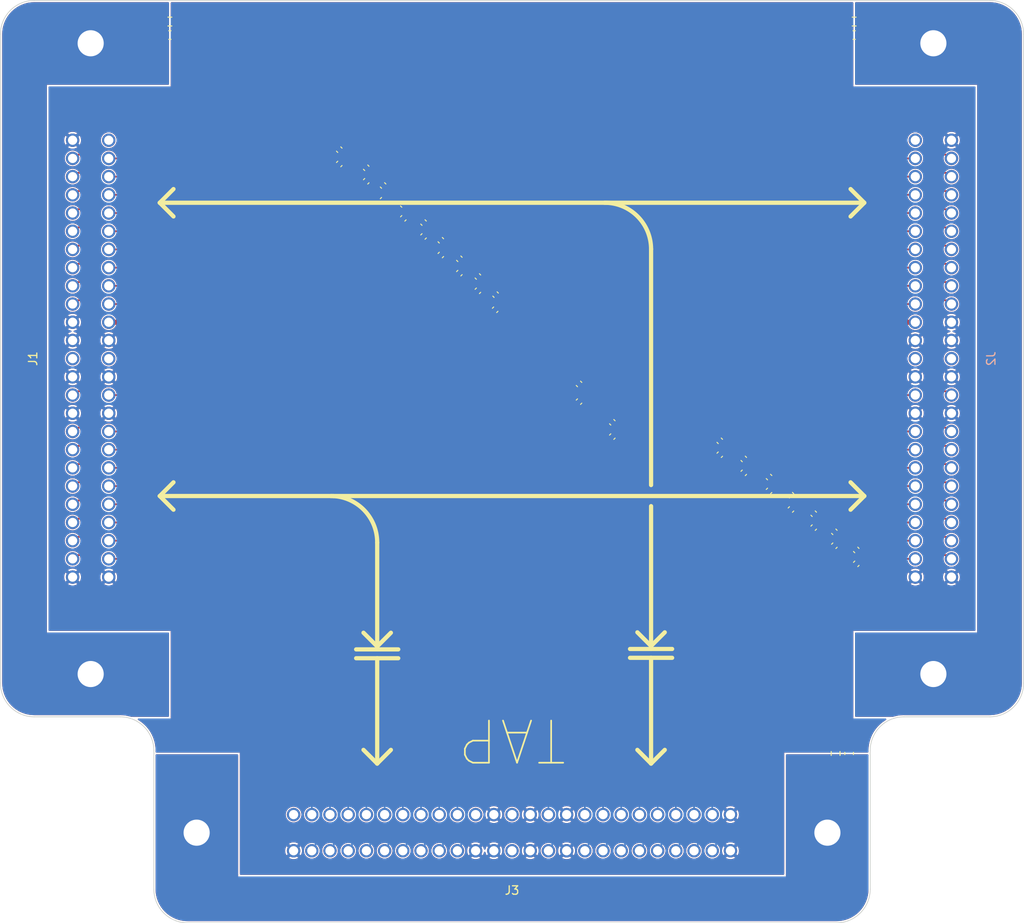
<source format=kicad_pcb>
(kicad_pcb (version 20211014) (generator pcbnew)
  (layers (0 "F.Cu" mixed) (1 "In1.Cu" power) (2 "In2.Cu" power) (31 "B.Cu" mixed) (34 "B.Paste" user) (35 "F.Paste" user) (36 "B.SilkS" user "B.Silkscreen") (37 "F.SilkS" user "F.Silkscreen") (38 "B.Mask" user) (39 "F.Mask" user) (44 "Edge.Cuts" user))
  (net 0 "")
  (net 1 "/SHIELDA")
  (net 2 "GND")
  (net 3 "/SHIELDB")
  (net 4 "/SHIELDT")
  (net 5 "/TERMPWR")
  (net 6 "/DIFF_SENSE")
  (net 7 "/SCSI-P.DB0+")
  (net 8 "/SCSI-P.DB1+")
  (net 9 "/SCSI-P.DB2+")
  (net 10 "/SCSI-P.DB3+")
  (net 11 "/SCSI-P.DB4+")
  (net 12 "/SCSI-P.DB5+")
  (net 13 "/SCSI-P.DB6+")
  (net 14 "/SCSI-P.DB7+")
  (net 15 "/SCSI-P.DBP+")
  (net 16 "/SCSI-P.ATN+")
  (net 17 "/SCSI-P.BSY+")
  (net 18 "/SCSI-P.ACK+")
  (net 19 "/SCSI-P.RST+")
  (net 20 "/SCSI-P.MSG+")
  (net 21 "/SCSI-P.SEL+")
  (net 22 "/SCSI-P.CD+")
  (net 23 "/SCSI-P.REQ+")
  (net 24 "/SCSI-P.IO+")
  (net 25 "/SCSI-P.DB0-")
  (net 26 "/SCSI-P.DB1-")
  (net 27 "/SCSI-P.DB2-")
  (net 28 "/SCSI-P.DB3-")
  (net 29 "/SCSI-P.DB4-")
  (net 30 "/SCSI-P.DB5-")
  (net 31 "/SCSI-P.DB6-")
  (net 32 "/SCSI-P.DB7-")
  (net 33 "/SCSI-P.DBP-")
  (net 34 "/SCSI-P.ATN-")
  (net 35 "/SCSI-P.BSY-")
  (net 36 "/SCSI-P.ACK-")
  (net 37 "/SCSI-P.RST-")
  (net 38 "/SCSI-P.MSG-")
  (net 39 "/SCSI-P.SEL-")
  (net 40 "/SCSI-P.CD-")
  (net 41 "/SCSI-P.REQ-")
  (net 42 "/SCSI-T.DB0+")
  (net 43 "/SCSI-T.DB1+")
  (net 44 "/SCSI-T.DB2+")
  (net 45 "/SCSI-T.DB3+")
  (net 46 "/SCSI-T.DB4+")
  (net 47 "/SCSI-T.DB5+")
  (net 48 "/SCSI-T.DB6+")
  (net 49 "/SCSI-T.DB7+")
  (net 50 "/SCSI-T.DBP+")
  (net 51 "/DIFF_SENSET")
  (net 52 "/TERMPWRT")
  (net 53 "/SCSI-T.ATN+")
  (net 54 "/SCSI-T.BSY+")
  (net 55 "/SCSI-T.ACK+")
  (net 56 "/SCSI-T.RST+")
  (net 57 "/SCSI-T.MSG+")
  (net 58 "/SCSI-T.SEL+")
  (net 59 "/SCSI-T.CD+")
  (net 60 "/SCSI-T.REQ+")
  (net 61 "/SCSI-T.IO+")
  (net 62 "/SCSI-T.DB0-")
  (net 63 "/SCSI-T.DB1-")
  (net 64 "/SCSI-T.DB2-")
  (net 65 "/SCSI-T.DB3-")
  (net 66 "/SCSI-T.DB4-")
  (net 67 "/SCSI-T.DB5-")
  (net 68 "/SCSI-T.DB6-")
  (net 69 "/SCSI-T.DB7-")
  (net 70 "/SCSI-T.DBP-")
  (net 71 "/SCSI-T.ATN-")
  (net 72 "/SCSI-T.BSY-")
  (net 73 "/SCSI-T.ACK-")
  (net 74 "/SCSI-T.RST-")
  (net 75 "/SCSI-T.MSG-")
  (net 76 "/SCSI-T.SEL-")
  (net 77 "/SCSI-T.CD-")
  (net 78 "/SCSI-T.REQ-")
  (net 79 "/SCSI-T.IO-")
  (net 80 "/SCSI-P.IO-")
  (footprint "Capacitor_SMD:C_0402_1005Metric" (layer "F.Cu") (at 107.95 103 135)
    (fp_text reference "C22" hide)
    (fp_text value "16pF" hide)
  )
  (footprint "Capacitor_SMD:C_0402_1005Metric" (layer "F.Cu") (at 95.95 91.95 -135)
    (fp_text reference "C19" hide)
    (fp_text value "16pF" hide)
  )
  (footprint "Capacitor_SMD:C_0402_1005Metric" (layer "F.Cu") (at 82.7 78.95 -135)
    (fp_text reference "C7" hide)
    (fp_text value "16pF" hide)
  )
  (footprint "Capacitor_SMD:C_0402_1005Metric" (layer "F.Cu") (at 111.9 109.25 -135)
    (fp_text reference "C25" hide)
    (fp_text value "16pF" hide)
  )
  (footprint "Resistor_SMD:R_0603_1608Metric" (layer "F.Cu") (at 59.4 60)
    (fp_text reference "R1" hide)
    (fp_text value "1M" hide)
  )
  (footprint "Capacitor_SMD:C_0402_1005Metric" (layer "F.Cu") (at 84.7 79.45 135)
    (fp_text reference "C8" hide)
    (fp_text value "16pF" hide)
  )
  (footprint "lethalbit:SCSI-50-PIN" (layer "F.Cu") (at 100 156.249999)
    (fp_text reference "J3")
    (fp_text value "TAP-OUT")
  )
  (footprint "Capacitor_SMD:C_0402_1005Metric" (layer "F.Cu") (at 98.05 92.4 135)
    (fp_text reference "C20" hide)
    (fp_text value "16pF" hide)
  )
  (footprint "Capacitor_SMD:C_0402_1005Metric" (layer "F.Cu") (at 95.95 90.25 135)
    (fp_text reference "C18" hide)
    (fp_text value "16pF" hide)
  )
  (footprint "Capacitor_SMD:C_0402_1005Metric" (layer "F.Cu") (at 91.55 87.7 -135)
    (fp_text reference "C15" hide)
    (fp_text value "16pF" hide)
  )
  (footprint "Capacitor_SMD:C_0603_1608Metric" (layer "F.Cu") (at 140 146.85 90)
    (fp_text reference "C3" hide)
    (fp_text value "0.1uF" hide)
  )
  (footprint "Capacitor_SMD:C_0402_1005Metric" (layer "F.Cu") (at 79.5 75.2 135)
    (fp_text reference "C4" hide)
    (fp_text value "16pF" hide)
  )
  (footprint "Resistor_SMD:R_0603_1608Metric" (layer "F.Cu") (at 138.4 146.85 90)
    (fp_text reference "R3" hide)
    (fp_text value "1M" hide)
  )
  (footprint "Capacitor_SMD:C_0402_1005Metric" (layer "F.Cu") (at 82.7 77.35 135)
    (fp_text reference "C6" hide)
    (fp_text value "16pF" hide)
  )
  (footprint "Capacitor_SMD:C_0402_1005Metric" (layer "F.Cu") (at 138.25 120.55 135)
    (fp_text reference "C36" hide)
    (fp_text value "16pF" hide)
  )
  (footprint "Capacitor_SMD:C_0402_1005Metric" (layer "F.Cu") (at 91.55 85.95 135)
    (fp_text reference "C14" hide)
    (fp_text value "16pF" hide)
  )
  (footprint "Capacitor_SMD:C_0402_1005Metric" (layer "F.Cu") (at 133.1 117.9 -135)
    (fp_text reference "C33" hide)
    (fp_text value "16pF" hide)
  )
  (footprint "Capacitor_SMD:C_0402_1005Metric" (layer "F.Cu") (at 87.1 83.35 -135)
    (fp_text reference "C11" hide)
    (fp_text value "16pF" hide)
  )
  (footprint "Capacitor_SMD:C_0402_1005Metric" (layer "F.Cu") (at 93.75 88.15 135)
    (fp_text reference "C16" hide)
    (fp_text value "16pF" hide)
  )
  (footprint "Capacitor_SMD:C_0402_1005Metric" (layer "F.Cu") (at 84.7 81.2 -135)
    (fp_text reference "C9" hide)
    (fp_text value "16pF" hide)
  )
  (footprint "Capacitor_SMD:C_0402_1005Metric" (layer "F.Cu") (at 87.1 81.7 135)
    (fp_text reference "C10" hide)
    (fp_text value "16pF" hide)
  )
  (footprint "Capacitor_SMD:C_0402_1005Metric" (layer "F.Cu") (at 124.65 111.4 -135)
    (fp_text reference "C27" hide)
    (fp_text value "16pF" hide)
  )
  (footprint "Resistor_SMD:R_0603_1608Metric" (layer "F.Cu") (at 140.6 60 180)
    (fp_text reference "R2" hide)
    (fp_text value "1M" hide)
  )
  (footprint "Capacitor_SMD:C_0402_1005Metric" (layer "F.Cu") (at 133.1 116.2 135)
    (fp_text reference "C32" hide)
    (fp_text value "16pF" hide)
  )
  (footprint "Capacitor_SMD:C_0603_1608Metric" (layer "F.Cu") (at 59.4 61.6)
    (fp_text reference "C1" hide)
    (fp_text value "0.1uF" hide)
  )
  (footprint "Capacitor_SMD:C_0402_1005Metric" (layer "F.Cu") (at 138.25 122.2 -135)
    (fp_text reference "C37" hide)
    (fp_text value "16pF" hide)
  )
  (footprint "Capacitor_SMD:C_0402_1005Metric" (layer "F.Cu") (at 111.9 107.55 135)
    (fp_text reference "C24" hide)
    (fp_text value "16pF" hide)
  )
  (footprint "Capacitor_SMD:C_0402_1005Metric" (layer "F.Cu") (at 79.5 76.9 -135)
    (fp_text reference "C5" hide)
    (fp_text value "16pF" hide)
  )
  (footprint "Capacitor_SMD:C_0402_1005Metric" (layer "F.Cu") (at 135.8 118.4 135)
    (fp_text reference "C34" hide)
    (fp_text value "16pF" hide)
  )
  (footprint "Capacitor_SMD:C_0603_1608Metric" (layer "F.Cu") (at 140.6 61.6 180)
    (fp_text reference "C2" hide)
    (fp_text value "0.1uF" hide)
  )
  (footprint "Capacitor_SMD:C_0402_1005Metric" (layer "F.Cu") (at 135.8 120.05 -135)
    (fp_text reference "C35" hide)
    (fp_text value "16pF" hide)
  )
  (footprint "Capacitor_SMD:C_0402_1005Metric" (layer "F.Cu") (at 107.95 105.1 -135)
    (fp_text reference "C23" hide)
    (fp_text value "16pF" hide)
  )
  (footprint "Capacitor_SMD:C_0402_1005Metric" (layer "F.Cu") (at 89.5 85.5 -135)
    (fp_text reference "C13" hide)
    (fp_text value "16pF" hide)
  )
  (footprint "Capacitor_SMD:C_0402_1005Metric" (layer "F.Cu") (at 93.75 89.85 -135)
    (fp_text reference "C17" hide)
    (fp_text value "16pF" hide)
  )
  (footprint "lethalbit:SCSI-50-PIN" (layer "F.Cu") (at 50 100 -90)
    (fp_text reference "J1")
    (fp_text value "SIDE-A")
  )
  (footprint "Capacitor_SMD:C_0402_1005Metric" (layer "F.Cu") (at 140.85 122.7 135)
    (fp_text reference "C38" hide)
    (fp_text value "16pF" hide)
  )
  (footprint "Capacitor_SMD:C_0402_1005Metric" (layer "F.Cu") (at 98 94.2 -135)
    (fp_text reference "C21" hide)
    (fp_text value "16pF" hide)
  )
  (footprint "Capacitor_SMD:C_0402_1005Metric" (layer "F.Cu") (at 130.5 115.7 -135)
    (fp_text reference "C31" hide)
    (fp_text value "16pF" hide)
  )
  (footprint "Capacitor_SMD:C_0402_1005Metric" (layer "F.Cu") (at 130.5 114.05 135)
    (fp_text reference "C30" hide)
    (fp_text value "16pF" hide)
  )
  (footprint "Capacitor_SMD:C_0402_1005Metric" (layer "F.Cu") (at 89.5 83.85 135)
    (fp_text reference "C12" hide)
    (fp_text value "16pF" hide)
  )
  (footprint "Capacitor_SMD:C_0402_1005Metric" (layer "F.Cu") (at 140.85 124.35 -135)
    (fp_text reference "C39" hide)
    (fp_text value "16pF" hide)
  )
  (footprint "Capacitor_SMD:C_0402_1005Metric" (layer "F.Cu") (at 127.5 111.9 135)
    (fp_text reference "C28" hide)
    (fp_text value "16pF" hide)
  )
  (footprint "Capacitor_SMD:C_0402_1005Metric" (layer "F.Cu") (at 127.5 113.55 -135)
    (fp_text reference "C29" hide)
    (fp_text value "16pF" hide)
  )
  (footprint "Capacitor_SMD:C_0402_1005Metric" (layer "F.Cu") (at 124.65 109.75 135)
    (fp_text reference "C26" hide)
    (fp_text value "16pF" hide)
  )
  (footprint "lethalbit:SCSI-50-PIN" (layer "B.Cu") (at 150 100 -90)
    (fp_text reference "J2")
    (fp_text value "SIDE-B")
  )
  (gr_line (start 116.5 134.45) (end 116.5 117.5) (layer "F.SilkS") (width 0.5))
  (gr_line (start 116.5 148.05) (end 114.873654 146.423654) (layer "F.SilkS") (width 0.5))
  (gr_line (start 116.5 148.05) (end 118.126346 146.423654) (layer "F.SilkS") (width 0.5))
  (gr_line (start 84 148.05) (end 85.626346 146.423654) (layer "F.SilkS") (width 0.5))
  (gr_line (start 58.2 116.3) (end 59.826346 114.673654) (layer "F.SilkS") (width 0.5))
  (gr_line (start 84 148.05) (end 82.373654 146.423654) (layer "F.SilkS") (width 0.5))
  (gr_line (start 141.8 81.5) (end 140.173654 79.873654) (layer "F.SilkS") (width 0.5))
  (gr_line (start 78.8 116.3) (end 141.8 116.3) (layer "F.SilkS") (width 0.5))
  (gr_line (start 116.5 134.1) (end 114.873654 132.473654) (layer "F.SilkS") (width 0.5))
  (gr_line (start 116.5 148.05) (end 116.5 135.5) (layer "F.SilkS") (width 0.5))
  (gr_line (start 141.75 81.5) (end 58.2 81.5) (layer "F.SilkS") (width 0.5))
  (gr_line (start 86.5 134.5) (end 81.5 134.5) (layer "F.SilkS") (width 0.5))
  (gr_arc (start 111 81.5) (mid 114.889087 83.110913) (end 116.5 87) (layer "F.SilkS") (width 0.5))
  (gr_line (start 116.5 115) (end 116.5 87) (layer "F.SilkS") (width 0.5))
  (gr_line (start 58.2 116.3) (end 59.826346 117.926346) (layer "F.SilkS") (width 0.5))
  (gr_line (start 58.2 81.5) (end 59.826346 83.126346) (layer "F.SilkS") (width 0.5))
  (gr_line (start 141.8 116.3) (end 140.173654 114.673654) (layer "F.SilkS") (width 0.5))
  (gr_line (start 84 134.5) (end 84 121.85) (layer "F.SilkS") (width 0.5))
  (gr_line (start 84 148.05) (end 84 135.55) (layer "F.SilkS") (width 0.5))
  (gr_line (start 141.8 81.5) (end 140.173654 83.126346) (layer "F.SilkS") (width 0.5))
  (gr_line (start 86.5 135.55) (end 81.5 135.55) (layer "F.SilkS") (width 0.5))
  (gr_line (start 116.5 134.1) (end 118.126346 132.473654) (layer "F.SilkS") (width 0.5))
  (gr_line (start 119 134.45) (end 114 134.45) (layer "F.SilkS") (width 0.5))
  (gr_line (start 84 134.15) (end 85.626346 132.523654) (layer "F.SilkS") (width 0.5))
  (gr_line (start 84 134.15) (end 82.373654 132.523654) (layer "F.SilkS") (width 0.5))
  (gr_line (start 141.8 116.3) (end 140.173654 117.926346) (layer "F.SilkS") (width 0.5))
  (gr_arc (start 78.5 116.3) (mid 82.389087 117.910913) (end 84 121.8) (layer "F.SilkS") (width 0.5))
  (gr_line (start 119 135.5) (end 114 135.5) (layer "F.SilkS") (width 0.5))
  (gr_line (start 58.2 116.3) (end 78.8 116.3) (layer "F.SilkS") (width 0.5))
  (gr_line (start 58.2 81.5) (end 59.826346 79.873654) (layer "F.SilkS") (width 0.5))
  (gr_arc (start 53.5 142.5) (mid 56.328427 143.671573) (end 57.5 146.5) (layer "Edge.Cuts") (width 0.1))
  (gr_line (start 43.3 142.5) (end 53.5 142.5) (layer "Edge.Cuts") (width 0.1))
  (gr_arc (start 61.5 166.95) (mid 58.671573 165.778427) (end 57.5 162.95) (layer "Edge.Cuts") (width 0.1))
  (gr_arc (start 142.5 162.95) (mid 141.328427 165.778427) (end 138.5 166.95) (layer "Edge.Cuts") (width 0.1))
  (gr_arc (start 160.7 138.5) (mid 159.528427 141.328427) (end 156.7 142.5) (layer "Edge.Cuts") (width 0.1))
  (gr_line (start 146.5 142.5) (end 156.7 142.5) (layer "Edge.Cuts") (width 0.1))
  (gr_line (start 142.5 162.95) (end 142.5 146.5) (layer "Edge.Cuts") (width 0.1))
  (gr_line (start 61.5 166.95) (end 138.5 166.95) (layer "Edge.Cuts") (width 0.1))
  (gr_line (start 160.7 138.5) (end 160.7 61.5) (layer "Edge.Cuts") (width 0.1))
  (gr_line (start 156.7 57.5) (end 43.3 57.5) (layer "Edge.Cuts") (width 0.1))
  (gr_line (start 39.3 61.5) (end 39.3 138.5) (layer "Edge.Cuts") (width 0.1))
  (gr_arc (start 156.7 57.5) (mid 159.528427 58.671573) (end 160.7 61.5) (layer "Edge.Cuts") (width 0.1))
  (gr_line (start 57.5 162.95) (end 57.5 146.5) (layer "Edge.Cuts") (width 0.1))
  (gr_arc (start 142.5 146.5) (mid 143.671573 143.671573) (end 146.5 142.5) (layer "Edge.Cuts") (width 0.1))
  (gr_arc (start 43.3 142.5) (mid 40.471573 141.328427) (end 39.3 138.5) (layer "Edge.Cuts") (width 0.1))
  (gr_arc (start 39.3 61.5) (mid 40.471573 58.671573) (end 43.3 57.5) (layer "Edge.Cuts") (width 0.1))
  (gr_text "TAP" (at 100 145.25 180) (layer "F.SilkS") (effects (font (size 5 5) (thickness 0.2))))
  (segment (start 147.82 95.68) (end 147.85 95.65) (width 0.6) (layer "F.Cu") (net 6))
  (segment (start 52.145 95.68) (end 147.82 95.68) (width 0.6) (layer "F.Cu") (net 6))
  (segment (start 52.145 76.24) (end 147.855 76.24) (width 0.2) (layer "F.Cu") (net 7))
  (segment (start 52.145 78.4) (end 147.855 78.4) (width 0.2) (layer "F.Cu") (net 8))
  (segment (start 52.145 80.56) (end 147.855 80.56) (width 0.2) (layer "F.Cu") (net 9))
  (segment (start 52.145 82.72) (end 147.855 82.72) (width 0.2) (layer "F.Cu") (net 10))
  (segment (start 52.145 84.88) (end 147.855 84.88) (width 0.2) (layer "F.Cu") (net 11))
  (segment (start 52.145 87.04) (end 147.855 87.04) (width 0.2) (layer "F.Cu") (net 12))
  (segment (start 52.145 89.2) (end 147.855 89.2) (width 0.2) (layer "F.Cu") (net 13))
  (segment (start 52.145 91.36) (end 147.855 91.36) (width 0.2) (layer "F.Cu") (net 14))
  (segment (start 52.145 93.52) (end 147.855 93.52) (width 0.2) (layer "F.Cu") (net 15))
  (segment (start 52.145 104.32) (end 147.855 104.32) (width 0.2) (layer "F.Cu") (net 16))
  (segment (start 52.145 108.64) (end 147.855 108.64) (width 0.2) (layer "F.Cu") (net 17))
  (segment (start 52.145 110.8) (end 147.855 110.8) (width 0.2) (layer "F.Cu") (net 18))
  (segment (start 52.145 112.96) (end 147.855 112.96) (width 0.2) (layer "F.Cu") (net 19))
  (segment (start 52.145 115.12) (end 147.855 115.12) (width 0.2) (layer "F.Cu") (net 20))
  (segment (start 52.145 117.28) (end 147.855 117.28) (width 0.2) (layer "F.Cu") (net 21))
  (segment (start 52.145 119.44) (end 147.855 119.44) (width 0.2) (layer "F.Cu") (net 22))
  (segment (start 52.145 121.6) (end 147.855 121.6) (width 0.2) (layer "F.Cu") (net 23))
  (segment (start 52.145 123.76) (end 147.855 123.76) (width 0.2) (layer "F.Cu") (net 24))
  (segment (start 48.305 75.79) (end 51.143293 75.79) (width 0.2) (layer "F.Cu") (net 25))
  (segment (start 148.280196 75.213489) (end 148.856707 75.79) (width 0.2) (layer "F.Cu") (net 25))
  (segment (start 147.429804 75.213489) (end 148.280196 75.213489) (width 0.2) (layer "F.Cu") (net 25))
  (segment (start 52.570196 75.213489) (end 53.146707 75.79) (width 0.2) (layer "F.Cu") (net 25))
  (segment (start 151.695 75.79) (end 152.145 76.24) (width 0.2) (layer "F.Cu") (net 25))
  (segment (start 51.143293 75.79) (end 51.719804 75.213489) (width 0.2) (layer "F.Cu") (net 25))
  (segment (start 51.719804 75.213489) (end 52.570196 75.213489) (width 0.2) (layer "F.Cu") (net 25))
  (segment (start 47.855 76.24) (end 48.305 75.79) (width 0.2) (layer "F.Cu") (net 25))
  (segment (start 53.146707 75.79) (end 146.853293 75.79) (width 0.2) (layer "F.Cu") (net 25))
  (segment (start 146.853293 75.79) (end 147.429804 75.213489) (width 0.2) (layer "F.Cu") (net 25))
  (segment (start 148.856707 75.79) (end 151.695 75.79) (width 0.2) (layer "F.Cu") (net 25))
  (segment (start 52.570196 77.373489) (end 53.146707 77.95) (width 0.2) (layer "F.Cu") (net 26))
  (segment (start 148.280196 77.373489) (end 148.856707 77.95) (width 0.2) (layer "F.Cu") (net 26))
  (segment (start 146.853293 77.95) (end 147.429804 77.373489) (width 0.2) (layer "F.Cu") (net 26))
  (segment (start 53.146707 77.95) (end 146.853293 77.95) (width 0.2) (layer "F.Cu") (net 26))
  (segment (start 147.429804 77.373489) (end 148.280196 77.373489) (width 0.2) (layer "F.Cu") (net 26))
  (segment (start 48.305 77.95) (end 51.143293 77.95) (width 0.2) (layer "F.Cu") (net 26))
  (segment (start 151.695 77.95) (end 152.145 78.4) (width 0.2) (layer "F.Cu") (net 26))
  (segment (start 51.719804 77.373489) (end 52.570196 77.373489) (width 0.2) (layer "F.Cu") (net 26))
  (segment (start 51.143293 77.95) (end 51.719804 77.373489) (width 0.2) (layer "F.Cu") (net 26))
  (segment (start 47.855 78.4) (end 48.305 77.95) (width 0.2) (layer "F.Cu") (net 26))
  (segment (start 148.856707 77.95) (end 151.695 77.95) (width 0.2) (layer "F.Cu") (net 26))
  (segment (start 51.143293 80.11) (end 51.719804 79.533489) (width 0.2) (layer "F.Cu") (net 27))
  (segment (start 148.280196 79.533489) (end 148.856707 80.11) (width 0.2) (layer "F.Cu") (net 27))
  (segment (start 53.146707 80.11) (end 146.853293 80.11) (width 0.2) (layer "F.Cu") (net 27))
  (segment (start 146.853293 80.11) (end 147.429804 79.533489) (width 0.2) (layer "F.Cu") (net 27))
  (segment (start 51.719804 79.533489) (end 52.570196 79.533489) (width 0.2) (layer "F.Cu") (net 27))
  (segment (start 151.695 80.11) (end 152.145 80.56) (width 0.2) (layer "F.Cu") (net 27))
  (segment (start 52.570196 79.533489) (end 53.146707 80.11) (width 0.2) (layer "F.Cu") (net 27))
  (segment (start 47.855 80.56) (end 48.305 80.11) (width 0.2) (layer "F.Cu") (net 27))
  (segment (start 147.429804 79.533489) (end 148.280196 79.533489) (width 0.2) (layer "F.Cu") (net 27))
  (segment (start 148.856707 80.11) (end 151.695 80.11) (width 0.2) (layer "F.Cu") (net 27))
  (segment (start 48.305 80.11) (end 51.143293 80.11) (width 0.2) (layer "F.Cu") (net 27))
  (segment (start 53.146707 82.27) (end 146.853293 82.27) (width 0.2) (layer "F.Cu") (net 28))
  (segment (start 148.856707 82.27) (end 151.695 82.27) (width 0.2) (layer "F.Cu") (net 28))
  (segment (start 147.429804 81.693489) (end 148.280196 81.693489) (width 0.2) (layer "F.Cu") (net 28))
  (segment (start 47.855 82.72) (end 48.305 82.27) (width 0.2) (layer "F.Cu") (net 28))
  (segment (start 48.305 82.27) (end 51.143293 82.27) (width 0.2) (layer "F.Cu") (net 28))
  (segment (start 52.570196 81.693489) (end 53.146707 82.27) (width 0.2) (layer "F.Cu") (net 28))
  (segment (start 151.695 82.27) (end 152.145 82.72) (width 0.2) (layer "F.Cu") (net 28))
  (segment (start 51.143293 82.27) (end 51.719804 81.693489) (width 0.2) (layer "F.Cu") (net 28))
  (segment (start 148.280196 81.693489) (end 148.856707 82.27) (width 0.2) (layer "F.Cu") (net 28))
  (segment (start 146.853293 82.27) (end 147.429804 81.693489) (width 0.2) (layer "F.Cu") (net 28))
  (segment (start 51.719804 81.693489) (end 52.570196 81.693489) (width 0.2) (layer "F.Cu") (net 28))
  (segment (start 147.429804 83.853489) (end 148.280196 83.853489) (width 0.2) (layer "F.Cu") (net 29))
  (segment (start 148.856707 84.43) (end 151.695 84.43) (width 0.2) (layer "F.Cu") (net 29))
  (segment (start 51.143293 84.43) (end 51.719804 83.853489) (width 0.2) (layer "F.Cu") (net 29))
  (segment (start 148.280196 83.853489) (end 148.856707 84.43) (width 0.2) (layer "F.Cu") (net 29))
  (segment (start 48.305 84.43) (end 51.143293 84.43) (width 0.2) (layer "F.Cu") (net 29))
  (segment (start 52.570196 83.853489) (end 53.146707 84.43) (width 0.2) (layer "F.Cu") (net 29))
  (segment (start 51.719804 83.853489) (end 52.570196 83.853489) (width 0.2) (layer "F.Cu") (net 29))
  (segment (start 146.853293 84.43) (end 147.429804 83.853489) (width 0.2) (layer "F.Cu") (net 29))
  (segment (start 47.855 84.88) (end 48.305 84.43) (width 0.2) (layer "F.Cu") (net 29))
  (segment (start 53.146707 84.43) (end 146.853293 84.43) (width 0.2) (layer "F.Cu") (net 29))
  (segment (start 151.695 84.43) (end 152.145 84.88) (width 0.2) (layer "F.Cu") (net 29))
  (segment (start 146.853293 86.59) (end 147.429804 86.013489) (width 0.2) (layer "F.Cu") (net 30))
  (segment (start 52.570196 86.013489) (end 53.146707 86.59) (width 0.2) (layer "F.Cu") (net 30))
  (segment (start 51.143293 86.59) (end 51.719804 86.013489) (width 0.2) (layer "F.Cu") (net 30))
  (segment (start 47.855 87.04) (end 48.305 86.59) (width 0.2) (layer "F.Cu") (net 30))
  (segment (start 53.146707 86.59) (end 146.853293 86.59) (width 0.2) (layer "F.Cu") (net 30))
  (segment (start 48.305 86.59) (end 51.143293 86.59) (width 0.2) (layer "F.Cu") (net 30))
  (segment (start 151.695 86.59) (end 152.145 87.04) (width 0.2) (layer "F.Cu") (net 30))
  (segment (start 147.429804 86.013489) (end 148.280196 86.013489) (width 0.2) (layer "F.Cu") (net 30))
  (segment (start 148.856707 86.59) (end 151.695 86.59) (width 0.2) (layer "F.Cu") (net 30))
  (segment (start 148.280196 86.013489) (end 148.856707 86.59) (width 0.2) (layer "F.Cu") (net 30))
  (segment (start 51.719804 86.013489) (end 52.570196 86.013489) (width 0.2) (layer "F.Cu") (net 30))
  (segment (start 51.719804 88.173489) (end 52.570196 88.173489) (width 0.2) (layer "F.Cu") (net 31))
  (segment (start 51.143293 88.75) (end 51.719804 88.173489) (width 0.2) (layer "F.Cu") (net 31))
  (segment (start 48.305 88.75) (end 51.143293 88.75) (width 0.2) (layer "F.Cu") (net 31))
  (segment (start 148.280196 88.173489) (end 148.856707 88.75) (width 0.2) (layer "F.Cu") (net 31))
  (segment (start 147.429804 88.173489) (end 148.280196 88.173489) (width 0.2) (layer "F.Cu") (net 31))
  (segment (start 146.853293 88.75) (end 147.429804 88.173489) (width 0.2) (layer "F.Cu") (net 31))
  (segment (start 53.146707 88.75) (end 146.853293 88.75) (width 0.2) (layer "F.Cu") (net 31))
  (segment (start 151.695 88.75) (end 152.145 89.2) (width 0.2) (layer "F.Cu") (net 31))
  (segment (start 52.570196 88.173489) (end 53.146707 88.75) (width 0.2) (layer "F.Cu") (net 31))
  (segment (start 148.856707 88.75) (end 151.695 88.75) (width 0.2) (layer "F.Cu") (net 31))
  (segment (start 47.855 89.2) (end 48.305 88.75) (width 0.2) (layer "F.Cu") (net 31))
  (segment (start 48.305 90.91) (end 51.143293 90.91) (width 0.2) (layer "F.Cu") (net 32))
  (segment (start 51.143293 90.91) (end 51.719804 90.333489) (width 0.2) (layer "F.Cu") (net 32))
  (segment (start 148.280196 90.333489) (end 148.856707 90.91) (width 0.2) (layer "F.Cu") (net 32))
  (segment (start 47.855 91.36) (end 48.305 90.91) (width 0.2) (layer "F.Cu") (net 32))
  (segment (start 147.429804 90.333489) (end 148.280196 90.333489) (width 0.2) (layer "F.Cu") (net 32))
  (segment (start 53.146707 90.91) (end 146.853293 90.91) (width 0.2) (layer "F.Cu") (net 32))
  (segment (start 52.570196 90.333489) (end 53.146707 90.91) (width 0.2) (layer "F.Cu") (net 32))
  (segment (start 148.856707 90.91) (end 151.695 90.91) (width 0.2) (layer "F.Cu") (net 32))
  (segment (start 51.719804 90.333489) (end 52.570196 90.333489) (width 0.2) (layer "F.Cu") (net 32))
  (segment (start 151.695 90.91) (end 152.145 91.36) (width 0.2) (layer "F.Cu") (net 32))
  (segment (start 146.853293 90.91) (end 147.429804 90.333489) (width 0.2) (layer "F.Cu") (net 32))
  (segment (start 53.146707 93.07) (end 146.853293 93.07) (width 0.2) (layer "F.Cu") (net 33))
  (segment (start 51.719804 92.493489) (end 52.570196 92.493489) (width 0.2) (layer "F.Cu") (net 33))
  (segment (start 147.429804 92.493489) (end 148.280196 92.493489) (width 0.2) (layer "F.Cu") (net 33))
  (segment (start 47.855 93.52) (end 48.305 93.07) (width 0.2) (layer "F.Cu") (net 33))
  (segment (start 148.856707 93.07) (end 151.695 93.07) (width 0.2) (layer "F.Cu") (net 33))
  (segment (start 146.853293 93.07) (end 147.429804 92.493489) (width 0.2) (layer "F.Cu") (net 33))
  (segment (start 148.280196 92.493489) (end 148.856707 93.07) (width 0.2) (layer "F.Cu") (net 33))
  (segment (start 48.305 93.07) (end 51.143293 93.07) (width 0.2) (layer "F.Cu") (net 33))
  (segment (start 52.570196 92.493489) (end 53.146707 93.07) (width 0.2) (layer "F.Cu") (net 33))
  (segment (start 151.695 93.07) (end 152.145 93.52) (width 0.2) (layer "F.Cu") (net 33))
  (segment (start 51.143293 93.07) (end 51.719804 92.493489) (width 0.2) (layer "F.Cu") (net 33))
  (segment (start 47.855 104.32) (end 48.305 103.87) (width 0.2) (layer "F.Cu") (net 34))
  (segment (start 151.695 103.87) (end 152.145 104.32) (width 0.2) (layer "F.Cu") (net 34))
  (segment (start 147.429804 103.293489) (end 148.280196 103.293489) (width 0.2) (layer "F.Cu") (net 34))
  (segment (start 48.305 103.87) (end 51.143293 103.87) (width 0.2) (layer "F.Cu") (net 34))
  (segment (start 53.146707 103.87) (end 146.853293 103.87) (width 0.2) (layer "F.Cu") (net 34))
  (segment (start 148.280196 103.293489) (end 148.856707 103.87) (width 0.2) (layer "F.Cu") (net 34))
  (segment (start 51.719804 103.293489) (end 52.570196 103.293489) (width 0.2) (layer "F.Cu") (net 34))
  (segment (start 52.570196 103.293489) (end 53.146707 103.87) (width 0.2) (layer "F.Cu") (net 34))
  (segment (start 146.853293 103.87) (end 147.429804 103.293489) (width 0.2) (layer "F.Cu") (net 34))
  (segment (start 148.856707 103.87) (end 151.695 103.87) (width 0.2) (layer "F.Cu") (net 34))
  (segment (start 51.143293 103.87) (end 51.719804 103.293489) (width 0.2) (layer "F.Cu") (net 34))
  (segment (start 51.143293 108.19) (end 51.719804 107.613489) (width 0.2) (layer "F.Cu") (net 35))
  (segment (start 52.570196 107.613489) (end 53.146707 108.19) (width 0.2) (layer "F.Cu") (net 35))
  (segment (start 53.146707 108.19) (end 146.853293 108.19) (width 0.2) (layer "F.Cu") (net 35))
  (segment (start 48.305 108.19) (end 51.143293 108.19) (width 0.2) (layer "F.Cu") (net 35))
  (segment (start 51.719804 107.613489) (end 52.570196 107.613489) (width 0.2) (layer "F.Cu") (net 35))
  (segment (start 147.429804 107.613489) (end 148.280196 107.613489) (width 0.2) (layer "F.Cu") (net 35))
  (segment (start 47.855 108.64) (end 48.305 108.19) (width 0.2) (layer "F.Cu") (net 35))
  (segment (start 146.853293 108.19) (end 147.429804 107.613489) (width 0.2) (layer "F.Cu") (net 35))
  (segment (start 148.280196 107.613489) (end 148.856707 108.19) (width 0.2) (layer "F.Cu") (net 35))
  (segment (start 148.856707 108.19) (end 151.695 108.19) (width 0.2) (layer "F.Cu") (net 35))
  (segment (start 151.695 108.19) (end 152.145 108.64) (width 0.2) (layer "F.Cu") (net 35))
  (segment (start 146.853293 110.35) (end 147.429804 109.773489) (width 0.2) (layer "F.Cu") (net 36))
  (segment (start 148.856707 110.35) (end 151.695 110.35) (width 0.2) (layer "F.Cu") (net 36))
  (segment (start 148.280196 109.773489) (end 148.856707 110.35) (width 0.2) (layer "F.Cu") (net 36))
  (segment (start 147.429804 109.773489) (end 148.280196 109.773489) (width 0.2) (layer "F.Cu") (net 36))
  (segment (start 52.570196 109.773489) (end 53.146707 110.35) (width 0.2) (layer "F.Cu") (net 36))
  (segment (start 51.719804 109.773489) (end 52.570196 109.773489) (width 0.2) (layer "F.Cu") (net 36))
  (segment (start 47.855 110.8) (end 48.305 110.35) (width 0.2) (layer "F.Cu") (net 36))
  (segment (start 51.143293 110.35) (end 51.719804 109.773489) (width 0.2) (layer "F.Cu") (net 36))
  (segment (start 151.695 110.35) (end 152.145 110.8) (width 0.2) (layer "F.Cu") (net 36))
  (segment (start 48.305 110.35) (end 51.143293 110.35) (width 0.2) (layer "F.Cu") (net 36))
  (segment (start 53.146707 110.35) (end 146.853293 110.35) (width 0.2) (layer "F.Cu") (net 36))
  (segment (start 146.853293 112.51) (end 147.429804 111.933489) (width 0.2) (layer "F.Cu") (net 37))
  (segment (start 47.855 112.96) (end 48.305 112.51) (width 0.2) (layer "F.Cu") (net 37))
  (segment (start 48.305 112.51) (end 51.143293 112.51) (width 0.2) (layer "F.Cu") (net 37))
  (segment (start 147.429804 111.933489) (end 148.280196 111.933489) (width 0.2) (layer "F.Cu") (net 37))
  (segment (start 51.719804 111.933489) (end 52.570196 111.933489) (width 0.2) (layer "F.Cu") (net 37))
  (segment (start 53.146707 112.51) (end 146.853293 112.51) (width 0.2) (layer "F.Cu") (net 37))
  (segment (start 51.143293 112.51) (end 51.719804 111.933489) (width 0.2) (layer "F.Cu") (net 37))
  (segment (start 52.570196 111.933489) (end 53.146707 112.51) (width 0.2) (layer "F.Cu") (net 37))
  (segment (start 148.856707 112.51) (end 151.695 112.51) (width 0.2) (layer "F.Cu") (net 37))
  (segment (start 151.695 112.51) (end 152.145 112.96) (width 0.2) (layer "F.Cu") (net 37))
  (segment (start 148.280196 111.933489) (end 148.856707 112.51) (width 0.2) (layer "F.Cu") (net 37))
  (segment (start 48.305 114.67) (end 51.143293 114.67) (width 0.2) (layer "F.Cu") (net 38))
  (segment (start 148.280196 114.093489) (end 148.856707 114.67) (width 0.2) (layer "F.Cu") (net 38))
  (segment (start 148.856707 114.67) (end 151.695 114.67) (width 0.2) (layer "F.Cu") (net 38))
  (segment (start 52.570196 114.093489) (end 53.146707 114.67) (width 0.2) (layer "F.Cu") (net 38))
  (segment (start 146.853293 114.67) (end 147.429804 114.093489) (width 0.2) (layer "F.Cu") (net 38))
  (segment (start 51.143293 114.67) (end 51.719804 114.093489) (width 0.2) (layer "F.Cu") (net 38))
  (segment (start 151.695 114.67) (end 152.145 115.12) (width 0.2) (layer "F.Cu") (net 38))
  (segment (start 47.855 115.12) (end 48.305 114.67) (width 0.2) (layer "F.Cu") (net 38))
  (segment (start 51.719804 114.093489) (end 52.570196 114.093489) (width 0.2) (layer "F.Cu") (net 38))
  (segment (start 53.146707 114.67) (end 146.853293 114.67) (width 0.2) (layer "F.Cu") (net 38))
  (segment (start 147.429804 114.093489) (end 148.280196 114.093489) (width 0.2) (layer "F.Cu") (net 38))
  (segment (start 52.570196 116.253489) (end 53.146707 116.83) (width 0.2) (layer "F.Cu") (net 39))
  (segment (start 51.719804 116.253489) (end 52.570196 116.253489) (width 0.2) (layer "F.Cu") (net 39))
  (segment (start 48.305 116.83) (end 51.143293 116.83) (width 0.2) (layer "F.Cu") (net 39))
  (segment (start 151.695 116.83) (end 152.145 117.28) (width 0.2) (layer "F.Cu") (net 39))
  (segment (start 53.146707 116.83) (end 146.853293 116.83) (width 0.2) (layer "F.Cu") (net 39))
  (segment (start 146.853293 116.83) (end 147.429804 116.253489) (width 0.2) (layer "F.Cu") (net 39))
  (segment (start 148.280196 116.253489) (end 148.856707 116.83) (width 0.2) (layer "F.Cu") (net 39))
  (segment (start 148.856707 116.83) (end 151.695 116.83) (width 0.2) (layer "F.Cu") (net 39))
  (segment (start 47.855 117.28) (end 48.305 116.83) (width 0.2) (layer "F.Cu") (net 39))
  (segment (start 147.429804 116.253489) (end 148.280196 116.253489) (width 0.2) (layer "F.Cu") (net 39))
  (segment (start 51.143293 116.83) (end 51.719804 116.253489) (width 0.2) (layer "F.Cu") (net 39))
  (segment (start 148.280196 118.413489) (end 148.856707 118.99) (width 0.2) (layer "F.Cu") (net 40))
  (segment (start 147.429804 118.413489) (end 148.280196 118.413489) (width 0.2) (layer "F.Cu") (net 40))
  (segment (start 51.719804 118.413489) (end 52.570196 118.413489) (width 0.2) (layer "F.Cu") (net 40))
  (segment (start 148.856707 118.99) (end 151.695 118.99) (width 0.2) (layer "F.Cu") (net 40))
  (segment (start 53.146707 118.99) (end 146.853293 118.99) (width 0.2) (layer "F.Cu") (net 40))
  (segment (start 47.855 119.44) (end 48.305 118.99) (width 0.2) (layer "F.Cu") (net 40))
  (segment (start 52.570196 118.413489) (end 53.146707 118.99) (width 0.2) (layer "F.Cu") (net 40))
  (segment (start 48.305 118.99) (end 51.143293 118.99) (width 0.2) (layer "F.Cu") (net 40))
  (segment (start 51.143293 118.99) (end 51.719804 118.413489) (width 0.2) (layer "F.Cu") (net 40))
  (segment (start 146.853293 118.99) (end 147.429804 118.413489) (width 0.2) (layer "F.Cu") (net 40))
  (segment (start 151.695 118.99) (end 152.145 119.44) (width 0.2) (layer "F.Cu") (net 40))
  (segment (start 151.695 121.15) (end 152.145 121.6) (width 0.2) (layer "F.Cu") (net 41))
  (segment (start 148.280196 120.573489) (end 148.856707 121.15) (width 0.2) (layer "F.Cu") (net 41))
  (segment (start 147.429804 120.573489) (end 148.280196 120.573489) (width 0.2) (layer "F.Cu") (net 41))
  (segment (start 47.855 121.6) (end 48.305 121.15) (width 0.2) (layer "F.Cu") (net 41))
  (segment (start 148.856707 121.15) (end 151.695 121.15) (width 0.2) (layer "F.Cu") (net 41))
  (segment (start 48.305 121.15) (end 51.143293 121.15) (width 0.2) (layer "F.Cu") (net 41))
  (segment (start 51.719804 120.573489) (end 52.570196 120.573489) (width 0.2) (layer "F.Cu") (net 41))
  (segment (start 53.146707 121.15) (end 146.853293 121.15) (width 0.2) (layer "F.Cu") (net 41))
  (segment (start 52.570196 120.573489) (end 53.146707 121.15) (width 0.2) (layer "F.Cu") (net 41))
  (segment (start 146.853293 121.15) (end 147.429804 120.573489) (width 0.2) (layer "F.Cu") (net 41))
  (segment (start 51.143293 121.15) (end 51.719804 120.573489) (width 0.2) (layer "F.Cu") (net 41))
  (segment (start 76.24 76.6918) (end 77.1568 75.775) (width 0.2) (layer "B.Cu") (net 42))
  (segment (start 77.1568 75.775) (end 78.5 75.775) (width 0.2) (layer "B.Cu") (net 42))
  (segment (start 76.24 154.104999) (end 76.24 76.6918) (width 0.2) (layer "B.Cu") (net 42))
  (segment (start 79.0568 77.975) (end 80 77.975) (width 0.2) (layer "B.Cu") (net 43))
  (segment (start 78.4 154.104999) (end 78.4 78.6318) (width 0.2) (layer "B.Cu") (net 43))
  (segment (start 78.4 78.6318) (end 79.0568 77.975) (width 0.2) (layer "B.Cu") (net 43))
  (segment (start 81.4068 80.075) (end 82 80.075) (width 0.2) (layer "B.Cu") (net 44))
  (segment (start 80.56 80.9218) (end 81.4068 80.075) (width 0.2) (layer "B.Cu") (net 44))
  (segment (start 80.56 154.104999) (end 80.56 80.9218) (width 0.2) (layer "B.Cu") (net 44))
  (segment (start 83.6068 82.275) (end 84.25 82.275) (width 0.2) (layer "B.Cu") (net 45))
  (segment (start 82.72 83.1618) (end 83.6068 82.275) (width 0.2) (layer "B.Cu") (net 45))
  (segment (start 82.72 154.104999) (end 82.72 83.1618) (width 0.2) (layer "B.Cu") (net 45))
  (segment (start 85.7568 84.425) (end 86.35 84.425) (width 0.2) (layer "B.Cu") (net 46))
  (segment (start 84.88 85.3018) (end 85.7568 84.425) (width 0.2) (layer "B.Cu") (net 46))
  (segment (start 84.88 154.104999) (end 84.88 85.3018) (width 0.2) (layer "B.Cu") (net 46))
  (segment (start 87.04 154.104999) (end 87.04 87.3418) (width 0.2) (layer "B.Cu") (net 47))
  (segment (start 87.04 87.3418) (end 87.8068 86.575) (width 0.2) (layer "B.Cu") (net 47))
  (segment (start 87.8068 86.575) (end 88.5 86.575) (width 0.2) (layer "B.Cu") (net 47))
  (segment (start 89.2 154.104999) (end 89.2 89.5818) (width 0.2) (layer "B.Cu") (net 48))
  (segment (start 90.0568 88.725) (end 90.75 88.725) (width 0.2) (layer "B.Cu") (net 48))
  (segment (start 89.2 89.5818) (end 90.0568 88.725) (width 0.2) (layer "B.Cu") (net 48))
  (segment (start 92.0568 90.925) (end 92.8 90.925) (width 0.2) (layer "B.Cu") (net 49))
  (segment (start 91.36 154.104999) (end 91.36 91.6218) (width 0.2) (layer "B.Cu") (net 49))
  (segment (start 91.36 91.6218) (end 92.0568 90.925) (width 0.2) (layer "B.Cu") (net 49))
  (segment (start 94.3568 93.025) (end 95 93.025) (width 0.2) (layer "B.Cu") (net 50))
  (segment (start 93.52 93.8618) (end 94.3568 93.025) (width 0.2) (layer "B.Cu") (net 50))
  (segment (start 93.52 154.104999) (end 93.52 93.8618) (width 0.2) (layer "B.Cu") (net 50))
  (segment (start 105.1068 103.875) (end 106.05 103.875) (width 0.2) (layer "B.Cu") (net 53))
  (segment (start 104.32 154.104999) (end 104.32 104.6618) (width 0.2) (layer "B.Cu") (net 53))
  (segment (start 104.32 104.6618) (end 105.1068 103.875) (width 0.2) (layer "B.Cu") (net 53))
  (segment (start 108.64 154.104999) (end 108.64 108.8418) (width 0.2) (layer "B.Cu") (net 54))
  (segment (start 109.3068 108.175) (end 110.2 108.175) (width 0.2) (layer "B.Cu") (net 54))
  (segment (start 108.64 108.8418) (end 109.3068 108.175) (width 0.2) (layer "B.Cu") (net 54))
  (segment (start 111.7568 110.375) (end 112.4 110.375) (width 0.2) (layer "B.Cu") (net 55))
  (segment (start 110.8 111.3318) (end 111.7568 110.375) (width 0.2) (layer "B.Cu") (net 55))
  (segment (start 110.8 154.104999) (end 110.8 111.3318) (width 0.2) (layer "B.Cu") (net 55))
  (segment (start 112.96 154.104999) (end 112.96 113.3718) (width 0.2) (layer "B.Cu") (net 56))
  (segment (start 112.96 113.3718) (end 113.8568 112.475) (width 0.2) (layer "B.Cu") (net 56))
  (segment (start 113.8568 112.475) (end 114.6 112.475) (width 0.2) (layer "B.Cu") (net 56))
  (segment (start 115.12 154.104999) (end 115.12 115.7618) (width 0.2) (layer "B.Cu") (net 57))
  (segment (start 116.2568 114.625) (end 116.95 114.625) (width 0.2) (layer "B.Cu") (net 57))
  (segment (start 115.12 115.7618) (end 116.2568 114.625) (width 0.2) (layer "B.Cu") (net 57))
  (segment (start 117.28 117.8518) (end 118.3068 116.825) (width 0.2) (layer "B.Cu") (net 58))
  (segment (start 117.28 154.104999) (end 117.28 117.8518) (width 0.2) (layer "B.Cu") (net 58))
  (segment (start 118.3068 116.825) (end 119.05 116.825) (width 0.2) (layer "B.Cu") (net 58))
  (segment (start 119.44 120.2418) (end 120.7068 118.975) (width 0.2) (layer "B.Cu") (net 59))
  (segment (start 119.44 154.104999) (end 119.44 120.2418) (width 0.2) (layer "B.Cu") (net 59))
  (segment (start 120.7068 118.975) (end 121.25 118.975) (width 0.2) (layer "B.Cu") (net 59))
  (segment (start 122.8068 121.125) (end 123.5 121.125) (width 0.2) (layer "B.Cu") (net 60))
  (segment (start 121.6 154.104999) (end 121.6 122.3318) (width 0.2) (layer "B.Cu") (net 60))
  (segment (start 121.6 122.3318) (end 122.8068 121.125) (width 0.2) (layer "B.Cu") (net 60))
  (segment (start 123.76 124.3218) (end 124.8068 123.275) (width 0.2) (layer "B.Cu") (net 61))
  (segment (start 124.8068 123.275) (end 139 123.275) (width 0.2) (layer "B.Cu") (net 61))
  (segment (start 123.76 154.104999) (end 123.76 124.3218) (width 0.2) (layer "B.Cu") (net 61))
  (segment (start 76.69 76.8782) (end 77.3432 76.225) (width 0.2) (layer "B.Cu") (net 62))
  (segment (start 76.69 153.103292) (end 76.69 76.8782) (width 0.2) (layer "B.Cu") (net 62))
  (segment (start 76.24 158.394999) (end 76.69 157.944999) (width 0.2) (layer "B.Cu") (net 62))
  (segment (start 76.69 157.944999) (end 76.69 155.106706) (width 0.2) (layer "B.Cu") (net 62))
  (segment (start 77.266511 153.679803) (end 76.69 153.103292) (width 0.2) (layer "B.Cu") (net 62))
  (segment (start 77.266511 154.530195) (end 77.266511 153.679803) (width 0.2) (layer "B.Cu") (net 62))
  (segment (start 76.69 155.106706) (end 77.266511 154.530195) (width 0.2) (layer "B.Cu") (net 62))
  (segment (start 77.3432 76.225) (end 78.5 76.225) (width 0.2) (layer "B.Cu") (net 62))
  (segment (start 78.85 153.103292) (end 78.85 78.8182) (width 0.2) (layer "B.Cu") (net 63))
  (segment (start 78.85 155.106706) (end 79.426511 154.530195) (width 0.2) (layer "B.Cu") (net 63))
  (segment (start 79.426511 153.679803) (end 78.85 153.103292) (width 0.2) (layer "B.Cu") (net 63))
  (segment (start 78.4 158.394999) (end 78.85 157.944999) (width 0.2) (layer "B.Cu") (net 63))
  (segment (start 79.426511 154.530195) (end 79.426511 153.679803) (width 0.2) (layer "B.Cu") (net 63))
  (segment (start 78.85 78.8182) (end 79.2432 78.425) (width 0.2) (layer "B.Cu") (net 63))
  (segment (start 79.2432 78.425) (end 80 78.425) (width 0.2) (layer "B.Cu") (net 63))
  (segment (start 78.85 157.944999) (end 78.85 155.106706) (width 0.2) (layer "B.Cu") (net 63))
  (segment (start 80.56 158.394999) (end 81.01 157.944999) (width 0.2) (layer "B.Cu") (net 64))
  (segment (start 81.01 157.944999) (end 81.01 155.106706) (width 0.2) (layer "B.Cu") (net 64))
  (segment (start 81.5932 80.525) (end 82 80.525) (width 0.2) (layer "B.Cu") (net 64))
  (segment (start 81.586511 154.530195) (end 81.586511 153.679803) (width 0.2) (layer "B.Cu") (net 64))
  (segment (start 81.01 153.103292) (end 81.01 81.1082) (width 0.2) (layer "B.Cu") (net 64))
  (segment (start 81.01 155.106706) (end 81.586511 154.530195) (width 0.2) (layer "B.Cu") (net 64))
  (segment (start 81.586511 153.679803) (end 81.01 153.103292) (width 0.2) (layer "B.Cu") (net 64))
  (segment (start 81.01 81.1082) (end 81.5932 80.525) (width 0.2) (layer "B.Cu") (net 64))
  (segment (start 83.17 83.3482) (end 83.7932 82.725) (width 0.2) (layer "B.Cu") (net 65))
  (segment (start 83.746511 153.679803) (end 83.17 153.103292) (width 0.2) (layer "B.Cu") (net 65))
  (segment (start 82.72 158.394999) (end 83.17 157.944999) (width 0.2) (layer "B.Cu") (net 65))
  (segment (start 83.17 157.944999) (end 83.17 155.106706) (width 0.2) (layer "B.Cu") (net 65))
  (segment (start 83.746511 154.530195) (end 83.746511 153.679803) (width 0.2) (layer "B.Cu") (net 65))
  (segment (start 83.7932 82.725) (end 84.25 82.725) (width 0.2) (layer "B.Cu") (net 65))
  (segment (start 83.17 153.103292) (end 83.17 83.3482) (width 0.2) (layer "B.Cu") (net 65))
  (segment (start 83.17 155.106706) (end 83.746511 154.530195) (width 0.2) (layer "B.Cu") (net 65))
  (segment (start 85.33 85.4882) (end 85.9432 84.875) (width 0.2) (layer "B.Cu") (net 66))
  (segment (start 85.906511 153.679803) (end 85.33 153.103292) (width 0.2) (layer "B.Cu") (net 66))
  (segment (start 85.906511 154.530195) (end 85.906511 153.679803) (width 0.2) (layer "B.Cu") (net 66))
  (segment (start 84.88 158.394999) (end 85.33 157.944999) (width 0.2) (layer "B.Cu") (net 66))
  (segment (start 85.9432 84.875) (end 86.35 84.875) (width 0.2) (layer "B.Cu") (net 66))
  (segment (start 85.33 157.944999) (end 85.33 155.106706) (width 0.2) (layer "B.Cu") (net 66))
  (segment (start 85.33 155.106706) (end 85.906511 154.530195) (width 0.2) (layer "B.Cu") (net 66))
  (segment (start 85.33 153.103292) (end 85.33 85.4882) (width 0.2) (layer "B.Cu") (net 66))
  (segment (start 87.49 157.944999) (end 87.49 155.106706) (width 0.2) (layer "B.Cu") (net 67))
  (segment (start 88.066511 154.530195) (end 88.066511 153.679803) (width 0.2) (layer "B.Cu") (net 67))
  (segment (start 87.04 158.394999) (end 87.49 157.944999) (width 0.2) (layer "B.Cu") (net 67))
  (segment (start 87.49 153.103292) (end 87.49 87.5282) (width 0.2) (layer "B.Cu") (net 67))
  (segment (start 87.49 87.5282) (end 87.9932 87.025) (width 0.2) (layer "B.Cu") (net 67))
  (segment (start 87.9932 87.025) (end 88.5 87.025) (width 0.2) (layer "B.Cu") (net 67))
  (segment (start 88.066511 153.679803) (end 87.49 153.103292) (width 0.2) (layer "B.Cu") (net 67))
  (segment (start 87.49 155.106706) (end 88.066511 154.530195) (width 0.2) (layer "B.Cu") (net 67))
  (segment (start 89.65 155.106706) (end 90.226511 154.530195) (width 0.2) (layer "B.Cu") (net 68))
  (segment (start 89.65 153.103292) (end 89.65 89.7682) (width 0.2) (layer "B.Cu") (net 68))
  (segment (start 89.65 89.7682) (end 90.2432 89.175) (width 0.2) (layer "B.Cu") (net 68))
  (segment (start 90.2432 89.175) (end 90.75 89.175) (width 0.2) (layer "B.Cu") (net 68))
  (segment (start 90.226511 153.679803) (end 89.65 153.103292) (width 0.2) (layer "B.Cu") (net 68))
  (segment (start 90.226511 154.530195) (end 90.226511 153.679803) (width 0.2) (layer "B.Cu") (net 68))
  (segment (start 89.65 157.944999) (end 89.65 155.106706) (width 0.2) (layer "B.Cu") (net 68))
  (segment (start 89.2 158.394999) (end 89.65 157.944999) (width 0.2) (layer "B.Cu") (net 68))
  (segment (start 92.386511 154.530195) (end 92.386511 153.679803) (width 0.2) (layer "B.Cu") (net 69))
  (segment (start 91.81 91.8082) (end 92.2432 91.375) (width 0.2) (layer "B.Cu") (net 69))
  (segment (start 91.81 155.106706) (end 92.386511 154.530195) (width 0.2) (layer "B.Cu") (net 69))
  (segment (start 92.2432 91.375) (end 92.8 91.375) (width 0.2) (layer "B.Cu") (net 69))
  (segment (start 92.386511 153.679803) (end 91.81 153.103292) (width 0.2) (layer "B.Cu") (net 69))
  (segment (start 91.36 158.394999) (end 91.81 157.944999) (width 0.2) (layer "B.Cu") (net 69))
  (segment (start 91.81 153.103292) (end 91.81 91.8082) (width 0.2) (layer "B.Cu") (net 69))
  (segment (start 91.81 157.944999) (end 91.81 155.106706) (width 0.2) (layer "B.Cu") (net 69))
  (segment (start 94.5432 93.475) (end 95 93.475) (width 0.2) (layer "B.Cu") (net 70))
  (segment (start 94.546511 154.530195) (end 94.546511 153.679803) (width 0.2) (layer "B.Cu") (net 70))
  (segment (start 93.97 157.944999) (end 93.97 155.106706) (width 0.2) (layer "B.Cu") (net 70))
  (segment (start 94.546511 153.679803) (end 93.97 153.103292) (width 0.2) (layer "B.Cu") (net 70))
  (segment (start 93.52 158.394999) (end 93.97 157.944999) (width 0.2) (layer "B.Cu") (net 70))
  (segment (start 93.97 155.106706) (end 94.546511 154.530195) (width 0.2) (layer "B.Cu") (net 70))
  (segment (start 93.97 153.103292) (end 93.97 94.0482) (width 0.2) (layer "B.Cu") (net 70))
  (segment (start 93.97 94.0482) (end 94.5432 93.475) (width 0.2) (layer "B.Cu") (net 70))
  (segment (start 105.346511 154.530195) (end 105.346511 153.679803) (width 0.2) (layer "B.Cu") (net 71))
  (segment (start 105.346511 153.679803) (end 104.77 153.103292) (width 0.2) (layer "B.Cu") (net 71))
  (segment (start 104.77 155.106706) (end 105.346511 154.530195) (width 0.2) (layer "B.Cu") (net 71))
  (segment (start 104.32 158.394999) (end 104.77 157.944999) (width 0.2) (layer "B.Cu") (net 71))
  (segment (start 104.77 104.8482) (end 105.2932 104.325) (width 0.2) (layer "B.Cu") (net 71))
  (segment (start 105.2932 104.325) (end 106.05 104.325) (width 0.2) (layer "B.Cu") (net 71))
  (segment (start 104.77 157.944999) (end 104.77 155.106706) (width 0.2) (layer "B.Cu") (net 71))
  (segment (start 104.77 153.103292) (end 104.77 104.8482) (width 0.2) (layer "B.Cu") (net 71))
  (segment (start 109.09 153.103292) (end 109.09 109.0282) (width 0.2) (layer "B.Cu") (net 72))
  (segment (start 109.666511 154.530195) (end 109.666511 153.679803) (width 0.2) (layer "B.Cu") (net 72))
  (segment (start 108.64 158.394999) (end 109.09 157.944999) (width 0.2) (layer "B.Cu") (net 72))
  (segment (start 109.09 157.944999) (end 109.09 155.106706) (width 0.2) (layer "B.Cu") (net 72))
  (segment (start 109.666511 153.679803) (end 109.09 153.103292) (width 0.2) (layer "B.Cu") (net 72))
  (segment (start 109.09 109.0282) (end 109.4932 108.625) (width 0.2) (layer "B.Cu") (net 72))
  (segment (start 109.09 155.106706) (end 109.666511 154.530195) (width 0.2) (layer "B.Cu") (net 72))
  (segment (start 109.4932 108.625) (end 110.2 108.625) (width 0.2) (layer "B.Cu") (net 72))
  (segment (start 111.9432 110.825) (end 112.4 110.825) (width 0.2) (layer "B.Cu") (net 73))
  (segment (start 111.826511 153.679803) (end 111.25 153.103292) (width 0.2) (layer "B.Cu") (net 73))
  (segment (start 111.25 153.103292) (end 111.25 111.5182) (width 0.2) (layer "B.Cu") (net 73))
  (segment (start 111.826511 154.530195) (end 111.826511 153.679803) (width 0.2) (layer "B.Cu") (net 73))
  (segment (start 110.8 158.394999) (end 111.25 157.944999) (width 0.2) (layer "B.Cu") (net 73))
  (segment (start 111.25 155.106706) (end 111.826511 154.530195) (width 0.2) (layer "B.Cu") (net 73))
  (segment (start 111.25 111.5182) (end 111.9432 110.825) (width 0.2) (layer "B.Cu") (net 73))
  (segment (start 111.25 157.944999) (end 111.25 155.106706) (width 0.2) (layer "B.Cu") (net 73))
  (segment (start 113.41 155.106706) (end 113.986511 154.530195) (width 0.2) (layer "B.Cu") (net 74))
  (segment (start 113.41 113.5582) (end 114.0432 112.925) (width 0.2) (layer "B.Cu") (net 74))
  (segment (start 113.41 153.103292) (end 113.41 113.5582) (width 0.2) (layer "B.Cu") (net 74))
  (segment (start 112.96 158.394999) (end 113.41 157.944999) (width 0.2) (layer "B.Cu") (net 74))
  (segment (start 113.986511 153.679803) (end 113.41 153.103292) (width 0.2) (layer "B.Cu") (net 74))
  (segment (start 113.986511 154.530195) (end 113.986511 153.679803) (width 0.2) (layer "B.Cu") (net 74))
  (segment (start 113.41 157.944999) (end 113.41 155.106706) (width 0.2) (layer "B.Cu") (net 74))
  (segment (start 114.0432 112.925) (end 114.6 112.925) (width 0.2) (layer "B.Cu") (net 74))
  (segment (start 115.57 153.103292) (end 115.57 115.9482) (width 0.2) (layer "B.Cu") (net 75))
  (segment (start 116.146511 153.679803) (end 115.57 153.103292) (width 0.2) (layer "B.Cu") (net 75))
  (segment (start 116.146511 154.530195) (end 116.146511 153.679803) (width 0.2) (layer "B.Cu") (net 75))
  (segment (start 115.57 157.944999) (end 115.57 155.106706) (width 0.2) (layer "B.Cu") (net 75))
  (segment (start 115.57 155.106706) (end 116.146511 154.530195) (width 0.2) (layer "B.Cu") (net 75))
  (segment (start 115.57 115.9482) (end 116.4432 115.075) (width 0.2) (layer "B.Cu") (net 75))
  (segment (start 116.4432 115.075) (end 116.95 115.075) (width 0.2) (layer "B.Cu") (net 75))
  (segment (start 115.12 158.394999) (end 115.57 157.944999) (width 0.2) (layer "B.Cu") (net 75))
  (segment (start 117.73 157.944999) (end 117.73 155.106706) (width 0.2) (layer "B.Cu") (net 76))
  (segment (start 118.4932 117.275) (end 119.05 117.275) (width 0.2) (layer "B.Cu") (net 76))
  (segment (start 118.306511 153.679803) (end 117.73 153.103292) (width 0.2) (layer "B.Cu") (net 76))
  (segment (start 117.28 158.394999) (end 117.73 157.944999) (width 0.2) (layer "B.Cu") (net 76))
  (segment (start 117.73 155.106706) (end 118.306511 154.530195) (width 0.2) (layer "B.Cu") (net 76))
  (segment (start 118.306511 154.530195) (end 118.306511 153.679803) (width 0.2) (layer "B.Cu") (net 76))
  (segment (start 117.73 118.0382) (end 118.4932 117.275) (width 0.2) (layer "B.Cu") (net 76))
  (segment (start 117.73 153.103292) (end 117.73 118.0382) (width 0.2) (layer "B.Cu") (net 76))
  (segment (start 119.89 153.103292) (end 119.89 120.4282) (width 0.2) (layer "B.Cu") (net 77))
  (segment (start 119.89 155.106706) (end 120.466511 154.530195) (width 0.2) (layer "B.Cu") (net 77))
  (segment (start 120.466511 153.679803) (end 119.89 153.103292) (width 0.2) (layer "B.Cu") (net 77))
  (segment (start 119.44 158.394999) (end 119.89 157.944999) (width 0.2) (layer "B.Cu") (net 77))
  (segment (start 120.8932 119.425) (end 121.25 119.425) (width 0.2) (layer "B.Cu") (net 77))
  (segment (start 119.89 120.4282) (end 120.8932 119.425) (width 0.2) (layer "B.Cu") (net 77))
  (segment (start 120.466511 154.530195) (end 120.466511 153.679803) (width 0.2) (layer "B.Cu") (net 77))
  (segment (start 119.89 157.944999) (end 119.89 155.106706) (width 0.2) (layer "B.Cu") (net 77))
  (segment (start 122.05 157.944999) (end 122.05 155.106706) (width 0.2) (layer "B.Cu") (net 78))
  (segment (start 122.626511 154.530195) (end 122.626511 153.679803) (width 0.2) (layer "B.Cu") (net 78))
  (segment (start 122.05 155.106706) (end 122.626511 154.530195) (width 0.2) (layer "B.Cu") (net 78))
  (segment (start 122.626511 153.679803) (end 122.05 153.103292) (width 0.2) (layer "B.Cu") (net 78))
  (segment (start 121.6 158.394999) (end 122.05 157.944999) (width 0.2) (layer "B.Cu") (net 78))
  (segment (start 122.9932 121.575) (end 123.5 121.575) (width 0.2) (layer "B.Cu") (net 78))
  (segment (start 122.05 153.103292) (end 122.05 122.5182) (width 0.2) (layer "B.Cu") (net 78))
  (segment (start 122.05 122.5182) (end 122.9932 121.575) (width 0.2) (layer "B.Cu") (net 78))
  (segment (start 124.786511 153.679803) (end 124.21 153.103292) (width 0.2) (layer "B.Cu") (net 79))
  (segment (start 124.786511 154.530195) (end 124.786511 153.679803) (width 0.2) (layer "B.Cu") (net 79))
  (segment (start 124.21 155.106706) (end 124.786511 154.530195) (width 0.2) (layer "B.Cu") (net 79))
  (segment (start 124.21 157.944999) (end 124.21 155.106706) (width 0.2) (layer "B.Cu") (net 79))
  (segment (start 124.9932 123.725) (end 139 123.725) (width 0.2) (layer "B.Cu") (net 79))
  (segment (start 124.21 124.5082) (end 124.9932 123.725) (width 0.2) (layer "B.Cu") (net 79))
  (segment (start 124.21 153.103292) (end 124.21 124.5082) (width 0.2) (layer "B.Cu") (net 79))
  (segment (start 123.76 158.394999) (end 124.21 157.944999) (width 0.2) (layer "B.Cu") (net 79))
  (segment (start 151.695 123.31) (end 152.145 123.76) (width 0.2) (layer "F.Cu") (net 80))
  (segment (start 52.570196 122.733489) (end 53.146707 123.31) (width 0.2) (layer "F.Cu") (net 80))
  (segment (start 51.719804 122.733489) (end 52.570196 122.733489) (width 0.2) (layer "F.Cu") (net 80))
  (segment (start 148.856707 123.31) (end 151.695 123.31) (width 0.2) (layer "F.Cu") (net 80))
  (segment (start 51.143293 123.31) (end 51.719804 122.733489) (width 0.2) (layer "F.Cu") (net 80))
  (segment (start 147.429804 122.733489) (end 148.280196 122.733489) (width 0.2) (layer "F.Cu") (net 80))
  (segment (start 48.305 123.31) (end 51.143293 123.31) (width 0.2) (layer "F.Cu") (net 80))
  (segment (start 148.280196 122.733489) (end 148.856707 123.31) (width 0.2) (layer "F.Cu") (net 80))
  (segment (start 47.855 123.76) (end 48.305 123.31) (width 0.2) (layer "F.Cu") (net 80))
  (segment (start 53.146707 123.31) (end 146.853293 123.31) (width 0.2) (layer "F.Cu") (net 80))
  (segment (start 146.853293 123.31) (end 147.429804 122.733489) (width 0.2) (layer "F.Cu") (net 80))
  (zone (net 1) (net_name "/SHIELDA") (layers "F.Cu" "In1.Cu" "In2.Cu" "B.Cu") (connect_pads yes (clearance 0.1)) (min_thickness 0.2) (fill yes (thermal_gap 0.2) (thermal_bridge_width 0.4))
    (polygon (pts (xy 59.300001 57.5) (xy 59.3 67.5) (xy 44.8 67.5) (xy 44.8 132.5) (xy 59.3 132.5) (xy 59.3 142.5) (xy 39.3 142.499999) (xy 39.3 57.5)))
  )
  (zone (net 3) (net_name "/SHIELDB") (layers "F.Cu" "In1.Cu" "In2.Cu" "B.Cu") (connect_pads yes (clearance 0.1)) (min_thickness 0.2) (fill yes (thermal_gap 0.2) (thermal_bridge_width 0.4))
    (polygon (pts (xy 140.699999 142.5) (xy 140.7 132.5) (xy 155.2 132.5) (xy 155.2 67.5) (xy 140.7 67.5) (xy 140.7 57.5) (xy 160.7 57.500001) (xy 160.7 142.5)))
  )
  (zone (net 2) (net_name "GND") (layers "F.Cu" "In1.Cu" "In2.Cu" "B.Cu") (priority 2) (connect_pads (clearance 0.1)) (min_thickness 0.2) (fill yes (thermal_gap 0.2) (thermal_bridge_width 0.4))
    (polygon (pts (xy 140.5 67.7) (xy 155 67.7) (xy 155 132.3) (xy 140.5 132.3) (xy 140.5 142.7) (xy 146.5 142.7) (xy 146.5 146.75) (xy 132.3 146.75) (xy 132.3 161.25) (xy 67.7 161.25) (xy 67.7 146.75) (xy 53.5 146.75) (xy 53.5 142.7) (xy 59.5 142.7) (xy 59.5 132.3) (xy 45 132.3) (xy 45 67.7) (xy 59.5 67.7) (xy 59.5 57.5) (xy 140.5 57.5)))
  )
  (zone (net 4) (net_name "/SHIELDT") (layers "F.Cu" "In1.Cu" "In2.Cu" "B.Cu") (connect_pads yes (clearance 0.1)) (min_thickness 0.2) (fill yes (thermal_gap 0.2) (thermal_bridge_width 0.4))
    (polygon (pts (xy 57.5 146.949999) (xy 67.5 146.95) (xy 67.5 161.45) (xy 132.5 161.45) (xy 132.5 146.95) (xy 142.5 146.95) (xy 142.499999 166.95) (xy 57.5 166.95)))
  )
)
</source>
